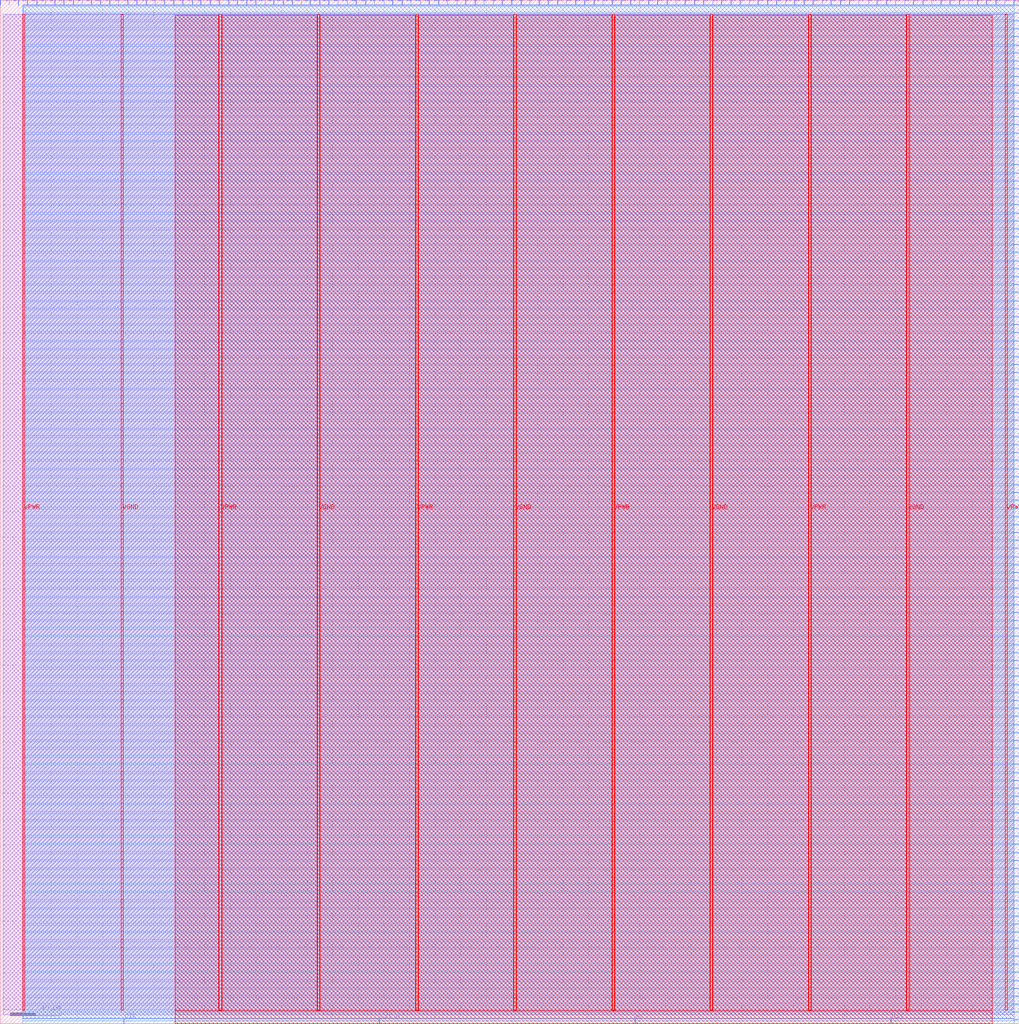
<source format=lef>
VERSION 5.7 ;
  NOWIREEXTENSIONATPIN ON ;
  DIVIDERCHAR "/" ;
  BUSBITCHARS "[]" ;
MACRO DMC_32x16
  CLASS BLOCK ;
  FOREIGN DMC_32x16 ;
  ORIGIN 0.000 0.000 ;
  SIZE 796.690 BY 800.000 ;
  PIN A[0]
    DIRECTION INPUT ;
    USE SIGNAL ;
    PORT
      LAYER met2 ;
        RECT 0.000 796.000 0.280 800.000 ;
    END
  END A[0]
  PIN A[10]
    DIRECTION INPUT ;
    USE SIGNAL ;
    PORT
      LAYER met2 ;
        RECT 71.300 796.000 71.580 800.000 ;
    END
  END A[10]
  PIN A[11]
    DIRECTION INPUT ;
    USE SIGNAL ;
    PORT
      LAYER met2 ;
        RECT 78.200 796.000 78.480 800.000 ;
    END
  END A[11]
  PIN A[12]
    DIRECTION INPUT ;
    USE SIGNAL ;
    PORT
      LAYER met2 ;
        RECT 85.560 796.000 85.840 800.000 ;
    END
  END A[12]
  PIN A[13]
    DIRECTION INPUT ;
    USE SIGNAL ;
    PORT
      LAYER met2 ;
        RECT 92.460 796.000 92.740 800.000 ;
    END
  END A[13]
  PIN A[14]
    DIRECTION INPUT ;
    USE SIGNAL ;
    PORT
      LAYER met2 ;
        RECT 99.820 796.000 100.100 800.000 ;
    END
  END A[14]
  PIN A[15]
    DIRECTION INPUT ;
    USE SIGNAL ;
    PORT
      LAYER met2 ;
        RECT 106.720 796.000 107.000 800.000 ;
    END
  END A[15]
  PIN A[16]
    DIRECTION INPUT ;
    USE SIGNAL ;
    PORT
      LAYER met2 ;
        RECT 114.080 796.000 114.360 800.000 ;
    END
  END A[16]
  PIN A[17]
    DIRECTION INPUT ;
    USE SIGNAL ;
    PORT
      LAYER met2 ;
        RECT 120.980 796.000 121.260 800.000 ;
    END
  END A[17]
  PIN A[18]
    DIRECTION INPUT ;
    USE SIGNAL ;
    PORT
      LAYER met2 ;
        RECT 128.340 796.000 128.620 800.000 ;
    END
  END A[18]
  PIN A[19]
    DIRECTION INPUT ;
    USE SIGNAL ;
    PORT
      LAYER met2 ;
        RECT 135.700 796.000 135.980 800.000 ;
    END
  END A[19]
  PIN A[1]
    DIRECTION INPUT ;
    USE SIGNAL ;
    PORT
      LAYER met2 ;
        RECT 6.900 796.000 7.180 800.000 ;
    END
  END A[1]
  PIN A[20]
    DIRECTION INPUT ;
    USE SIGNAL ;
    PORT
      LAYER met2 ;
        RECT 142.600 796.000 142.880 800.000 ;
    END
  END A[20]
  PIN A[21]
    DIRECTION INPUT ;
    USE SIGNAL ;
    PORT
      LAYER met2 ;
        RECT 149.960 796.000 150.240 800.000 ;
    END
  END A[21]
  PIN A[22]
    DIRECTION INPUT ;
    USE SIGNAL ;
    PORT
      LAYER met2 ;
        RECT 156.860 796.000 157.140 800.000 ;
    END
  END A[22]
  PIN A[23]
    DIRECTION INPUT ;
    USE SIGNAL ;
    PORT
      LAYER met2 ;
        RECT 164.220 796.000 164.500 800.000 ;
    END
  END A[23]
  PIN A[2]
    DIRECTION INPUT ;
    USE SIGNAL ;
    PORT
      LAYER met2 ;
        RECT 14.260 796.000 14.540 800.000 ;
    END
  END A[2]
  PIN A[3]
    DIRECTION INPUT ;
    USE SIGNAL ;
    PORT
      LAYER met2 ;
        RECT 21.160 796.000 21.440 800.000 ;
    END
  END A[3]
  PIN A[4]
    DIRECTION INPUT ;
    USE SIGNAL ;
    PORT
      LAYER met2 ;
        RECT 28.520 796.000 28.800 800.000 ;
    END
  END A[4]
  PIN A[5]
    DIRECTION INPUT ;
    USE SIGNAL ;
    PORT
      LAYER met2 ;
        RECT 35.420 796.000 35.700 800.000 ;
    END
  END A[5]
  PIN A[6]
    DIRECTION INPUT ;
    USE SIGNAL ;
    PORT
      LAYER met2 ;
        RECT 42.780 796.000 43.060 800.000 ;
    END
  END A[6]
  PIN A[7]
    DIRECTION INPUT ;
    USE SIGNAL ;
    PORT
      LAYER met2 ;
        RECT 49.680 796.000 49.960 800.000 ;
    END
  END A[7]
  PIN A[8]
    DIRECTION INPUT ;
    USE SIGNAL ;
    PORT
      LAYER met2 ;
        RECT 57.040 796.000 57.320 800.000 ;
    END
  END A[8]
  PIN A[9]
    DIRECTION INPUT ;
    USE SIGNAL ;
    PORT
      LAYER met2 ;
        RECT 63.940 796.000 64.220 800.000 ;
    END
  END A[9]
  PIN A_h[0]
    DIRECTION INPUT ;
    USE SIGNAL ;
    PORT
      LAYER met2 ;
        RECT 171.120 796.000 171.400 800.000 ;
    END
  END A_h[0]
  PIN A_h[10]
    DIRECTION INPUT ;
    USE SIGNAL ;
    PORT
      LAYER met2 ;
        RECT 242.420 796.000 242.700 800.000 ;
    END
  END A_h[10]
  PIN A_h[11]
    DIRECTION INPUT ;
    USE SIGNAL ;
    PORT
      LAYER met2 ;
        RECT 249.780 796.000 250.060 800.000 ;
    END
  END A_h[11]
  PIN A_h[12]
    DIRECTION INPUT ;
    USE SIGNAL ;
    PORT
      LAYER met2 ;
        RECT 256.680 796.000 256.960 800.000 ;
    END
  END A_h[12]
  PIN A_h[13]
    DIRECTION INPUT ;
    USE SIGNAL ;
    PORT
      LAYER met2 ;
        RECT 264.040 796.000 264.320 800.000 ;
    END
  END A_h[13]
  PIN A_h[14]
    DIRECTION INPUT ;
    USE SIGNAL ;
    PORT
      LAYER met2 ;
        RECT 271.400 796.000 271.680 800.000 ;
    END
  END A_h[14]
  PIN A_h[15]
    DIRECTION INPUT ;
    USE SIGNAL ;
    PORT
      LAYER met2 ;
        RECT 278.300 796.000 278.580 800.000 ;
    END
  END A_h[15]
  PIN A_h[16]
    DIRECTION INPUT ;
    USE SIGNAL ;
    PORT
      LAYER met2 ;
        RECT 285.660 796.000 285.940 800.000 ;
    END
  END A_h[16]
  PIN A_h[17]
    DIRECTION INPUT ;
    USE SIGNAL ;
    PORT
      LAYER met2 ;
        RECT 292.560 796.000 292.840 800.000 ;
    END
  END A_h[17]
  PIN A_h[18]
    DIRECTION INPUT ;
    USE SIGNAL ;
    PORT
      LAYER met2 ;
        RECT 299.920 796.000 300.200 800.000 ;
    END
  END A_h[18]
  PIN A_h[19]
    DIRECTION INPUT ;
    USE SIGNAL ;
    PORT
      LAYER met2 ;
        RECT 306.820 796.000 307.100 800.000 ;
    END
  END A_h[19]
  PIN A_h[1]
    DIRECTION INPUT ;
    USE SIGNAL ;
    PORT
      LAYER met2 ;
        RECT 178.480 796.000 178.760 800.000 ;
    END
  END A_h[1]
  PIN A_h[20]
    DIRECTION INPUT ;
    USE SIGNAL ;
    PORT
      LAYER met2 ;
        RECT 314.180 796.000 314.460 800.000 ;
    END
  END A_h[20]
  PIN A_h[21]
    DIRECTION INPUT ;
    USE SIGNAL ;
    PORT
      LAYER met2 ;
        RECT 321.080 796.000 321.360 800.000 ;
    END
  END A_h[21]
  PIN A_h[22]
    DIRECTION INPUT ;
    USE SIGNAL ;
    PORT
      LAYER met2 ;
        RECT 328.440 796.000 328.720 800.000 ;
    END
  END A_h[22]
  PIN A_h[23]
    DIRECTION INPUT ;
    USE SIGNAL ;
    PORT
      LAYER met2 ;
        RECT 335.340 796.000 335.620 800.000 ;
    END
  END A_h[23]
  PIN A_h[2]
    DIRECTION INPUT ;
    USE SIGNAL ;
    PORT
      LAYER met2 ;
        RECT 185.380 796.000 185.660 800.000 ;
    END
  END A_h[2]
  PIN A_h[3]
    DIRECTION INPUT ;
    USE SIGNAL ;
    PORT
      LAYER met2 ;
        RECT 192.740 796.000 193.020 800.000 ;
    END
  END A_h[3]
  PIN A_h[4]
    DIRECTION INPUT ;
    USE SIGNAL ;
    PORT
      LAYER met2 ;
        RECT 199.640 796.000 199.920 800.000 ;
    END
  END A_h[4]
  PIN A_h[5]
    DIRECTION INPUT ;
    USE SIGNAL ;
    PORT
      LAYER met2 ;
        RECT 207.000 796.000 207.280 800.000 ;
    END
  END A_h[5]
  PIN A_h[6]
    DIRECTION INPUT ;
    USE SIGNAL ;
    PORT
      LAYER met2 ;
        RECT 213.900 796.000 214.180 800.000 ;
    END
  END A_h[6]
  PIN A_h[7]
    DIRECTION INPUT ;
    USE SIGNAL ;
    PORT
      LAYER met2 ;
        RECT 221.260 796.000 221.540 800.000 ;
    END
  END A_h[7]
  PIN A_h[8]
    DIRECTION INPUT ;
    USE SIGNAL ;
    PORT
      LAYER met2 ;
        RECT 228.160 796.000 228.440 800.000 ;
    END
  END A_h[8]
  PIN A_h[9]
    DIRECTION INPUT ;
    USE SIGNAL ;
    PORT
      LAYER met2 ;
        RECT 235.520 796.000 235.800 800.000 ;
    END
  END A_h[9]
  PIN Do[0]
    DIRECTION OUTPUT TRISTATE ;
    USE SIGNAL ;
    PORT
      LAYER met2 ;
        RECT 342.700 796.000 342.980 800.000 ;
    END
  END Do[0]
  PIN Do[10]
    DIRECTION OUTPUT TRISTATE ;
    USE SIGNAL ;
    PORT
      LAYER met2 ;
        RECT 414.000 796.000 414.280 800.000 ;
    END
  END Do[10]
  PIN Do[11]
    DIRECTION OUTPUT TRISTATE ;
    USE SIGNAL ;
    PORT
      LAYER met2 ;
        RECT 421.360 796.000 421.640 800.000 ;
    END
  END Do[11]
  PIN Do[12]
    DIRECTION OUTPUT TRISTATE ;
    USE SIGNAL ;
    PORT
      LAYER met2 ;
        RECT 428.260 796.000 428.540 800.000 ;
    END
  END Do[12]
  PIN Do[13]
    DIRECTION OUTPUT TRISTATE ;
    USE SIGNAL ;
    PORT
      LAYER met2 ;
        RECT 435.620 796.000 435.900 800.000 ;
    END
  END Do[13]
  PIN Do[14]
    DIRECTION OUTPUT TRISTATE ;
    USE SIGNAL ;
    PORT
      LAYER met2 ;
        RECT 442.520 796.000 442.800 800.000 ;
    END
  END Do[14]
  PIN Do[15]
    DIRECTION OUTPUT TRISTATE ;
    USE SIGNAL ;
    PORT
      LAYER met2 ;
        RECT 449.880 796.000 450.160 800.000 ;
    END
  END Do[15]
  PIN Do[16]
    DIRECTION OUTPUT TRISTATE ;
    USE SIGNAL ;
    PORT
      LAYER met2 ;
        RECT 456.780 796.000 457.060 800.000 ;
    END
  END Do[16]
  PIN Do[17]
    DIRECTION OUTPUT TRISTATE ;
    USE SIGNAL ;
    PORT
      LAYER met2 ;
        RECT 464.140 796.000 464.420 800.000 ;
    END
  END Do[17]
  PIN Do[18]
    DIRECTION OUTPUT TRISTATE ;
    USE SIGNAL ;
    PORT
      LAYER met2 ;
        RECT 471.040 796.000 471.320 800.000 ;
    END
  END Do[18]
  PIN Do[19]
    DIRECTION OUTPUT TRISTATE ;
    USE SIGNAL ;
    PORT
      LAYER met2 ;
        RECT 478.400 796.000 478.680 800.000 ;
    END
  END Do[19]
  PIN Do[1]
    DIRECTION OUTPUT TRISTATE ;
    USE SIGNAL ;
    PORT
      LAYER met2 ;
        RECT 349.600 796.000 349.880 800.000 ;
    END
  END Do[1]
  PIN Do[20]
    DIRECTION OUTPUT TRISTATE ;
    USE SIGNAL ;
    PORT
      LAYER met2 ;
        RECT 485.300 796.000 485.580 800.000 ;
    END
  END Do[20]
  PIN Do[21]
    DIRECTION OUTPUT TRISTATE ;
    USE SIGNAL ;
    PORT
      LAYER met2 ;
        RECT 492.660 796.000 492.940 800.000 ;
    END
  END Do[21]
  PIN Do[22]
    DIRECTION OUTPUT TRISTATE ;
    USE SIGNAL ;
    PORT
      LAYER met2 ;
        RECT 499.560 796.000 499.840 800.000 ;
    END
  END Do[22]
  PIN Do[23]
    DIRECTION OUTPUT TRISTATE ;
    USE SIGNAL ;
    PORT
      LAYER met2 ;
        RECT 506.920 796.000 507.200 800.000 ;
    END
  END Do[23]
  PIN Do[24]
    DIRECTION OUTPUT TRISTATE ;
    USE SIGNAL ;
    PORT
      LAYER met2 ;
        RECT 513.820 796.000 514.100 800.000 ;
    END
  END Do[24]
  PIN Do[25]
    DIRECTION OUTPUT TRISTATE ;
    USE SIGNAL ;
    PORT
      LAYER met2 ;
        RECT 521.180 796.000 521.460 800.000 ;
    END
  END Do[25]
  PIN Do[26]
    DIRECTION OUTPUT TRISTATE ;
    USE SIGNAL ;
    PORT
      LAYER met2 ;
        RECT 528.080 796.000 528.360 800.000 ;
    END
  END Do[26]
  PIN Do[27]
    DIRECTION OUTPUT TRISTATE ;
    USE SIGNAL ;
    PORT
      LAYER met2 ;
        RECT 535.440 796.000 535.720 800.000 ;
    END
  END Do[27]
  PIN Do[28]
    DIRECTION OUTPUT TRISTATE ;
    USE SIGNAL ;
    PORT
      LAYER met2 ;
        RECT 542.800 796.000 543.080 800.000 ;
    END
  END Do[28]
  PIN Do[29]
    DIRECTION OUTPUT TRISTATE ;
    USE SIGNAL ;
    PORT
      LAYER met2 ;
        RECT 549.700 796.000 549.980 800.000 ;
    END
  END Do[29]
  PIN Do[2]
    DIRECTION OUTPUT TRISTATE ;
    USE SIGNAL ;
    PORT
      LAYER met2 ;
        RECT 356.960 796.000 357.240 800.000 ;
    END
  END Do[2]
  PIN Do[30]
    DIRECTION OUTPUT TRISTATE ;
    USE SIGNAL ;
    PORT
      LAYER met2 ;
        RECT 557.060 796.000 557.340 800.000 ;
    END
  END Do[30]
  PIN Do[31]
    DIRECTION OUTPUT TRISTATE ;
    USE SIGNAL ;
    PORT
      LAYER met2 ;
        RECT 563.960 796.000 564.240 800.000 ;
    END
  END Do[31]
  PIN Do[32]
    DIRECTION OUTPUT TRISTATE ;
    USE SIGNAL ;
    PORT
      LAYER met2 ;
        RECT 571.320 796.000 571.600 800.000 ;
    END
  END Do[32]
  PIN Do[33]
    DIRECTION OUTPUT TRISTATE ;
    USE SIGNAL ;
    PORT
      LAYER met2 ;
        RECT 578.220 796.000 578.500 800.000 ;
    END
  END Do[33]
  PIN Do[34]
    DIRECTION OUTPUT TRISTATE ;
    USE SIGNAL ;
    PORT
      LAYER met2 ;
        RECT 585.580 796.000 585.860 800.000 ;
    END
  END Do[34]
  PIN Do[35]
    DIRECTION OUTPUT TRISTATE ;
    USE SIGNAL ;
    PORT
      LAYER met2 ;
        RECT 592.480 796.000 592.760 800.000 ;
    END
  END Do[35]
  PIN Do[36]
    DIRECTION OUTPUT TRISTATE ;
    USE SIGNAL ;
    PORT
      LAYER met2 ;
        RECT 599.840 796.000 600.120 800.000 ;
    END
  END Do[36]
  PIN Do[37]
    DIRECTION OUTPUT TRISTATE ;
    USE SIGNAL ;
    PORT
      LAYER met2 ;
        RECT 606.740 796.000 607.020 800.000 ;
    END
  END Do[37]
  PIN Do[38]
    DIRECTION OUTPUT TRISTATE ;
    USE SIGNAL ;
    PORT
      LAYER met2 ;
        RECT 614.100 796.000 614.380 800.000 ;
    END
  END Do[38]
  PIN Do[39]
    DIRECTION OUTPUT TRISTATE ;
    USE SIGNAL ;
    PORT
      LAYER met2 ;
        RECT 621.000 796.000 621.280 800.000 ;
    END
  END Do[39]
  PIN Do[3]
    DIRECTION OUTPUT TRISTATE ;
    USE SIGNAL ;
    PORT
      LAYER met2 ;
        RECT 363.860 796.000 364.140 800.000 ;
    END
  END Do[3]
  PIN Do[40]
    DIRECTION OUTPUT TRISTATE ;
    USE SIGNAL ;
    PORT
      LAYER met2 ;
        RECT 628.360 796.000 628.640 800.000 ;
    END
  END Do[40]
  PIN Do[41]
    DIRECTION OUTPUT TRISTATE ;
    USE SIGNAL ;
    PORT
      LAYER met2 ;
        RECT 635.260 796.000 635.540 800.000 ;
    END
  END Do[41]
  PIN Do[42]
    DIRECTION OUTPUT TRISTATE ;
    USE SIGNAL ;
    PORT
      LAYER met2 ;
        RECT 642.620 796.000 642.900 800.000 ;
    END
  END Do[42]
  PIN Do[43]
    DIRECTION OUTPUT TRISTATE ;
    USE SIGNAL ;
    PORT
      LAYER met2 ;
        RECT 649.520 796.000 649.800 800.000 ;
    END
  END Do[43]
  PIN Do[44]
    DIRECTION OUTPUT TRISTATE ;
    USE SIGNAL ;
    PORT
      LAYER met2 ;
        RECT 656.880 796.000 657.160 800.000 ;
    END
  END Do[44]
  PIN Do[45]
    DIRECTION OUTPUT TRISTATE ;
    USE SIGNAL ;
    PORT
      LAYER met2 ;
        RECT 663.780 796.000 664.060 800.000 ;
    END
  END Do[45]
  PIN Do[46]
    DIRECTION OUTPUT TRISTATE ;
    USE SIGNAL ;
    PORT
      LAYER met2 ;
        RECT 671.140 796.000 671.420 800.000 ;
    END
  END Do[46]
  PIN Do[47]
    DIRECTION OUTPUT TRISTATE ;
    USE SIGNAL ;
    PORT
      LAYER met2 ;
        RECT 678.500 796.000 678.780 800.000 ;
    END
  END Do[47]
  PIN Do[48]
    DIRECTION OUTPUT TRISTATE ;
    USE SIGNAL ;
    PORT
      LAYER met2 ;
        RECT 685.400 796.000 685.680 800.000 ;
    END
  END Do[48]
  PIN Do[49]
    DIRECTION OUTPUT TRISTATE ;
    USE SIGNAL ;
    PORT
      LAYER met2 ;
        RECT 692.760 796.000 693.040 800.000 ;
    END
  END Do[49]
  PIN Do[4]
    DIRECTION OUTPUT TRISTATE ;
    USE SIGNAL ;
    PORT
      LAYER met2 ;
        RECT 371.220 796.000 371.500 800.000 ;
    END
  END Do[4]
  PIN Do[50]
    DIRECTION OUTPUT TRISTATE ;
    USE SIGNAL ;
    PORT
      LAYER met2 ;
        RECT 699.660 796.000 699.940 800.000 ;
    END
  END Do[50]
  PIN Do[51]
    DIRECTION OUTPUT TRISTATE ;
    USE SIGNAL ;
    PORT
      LAYER met2 ;
        RECT 707.020 796.000 707.300 800.000 ;
    END
  END Do[51]
  PIN Do[52]
    DIRECTION OUTPUT TRISTATE ;
    USE SIGNAL ;
    PORT
      LAYER met2 ;
        RECT 713.920 796.000 714.200 800.000 ;
    END
  END Do[52]
  PIN Do[53]
    DIRECTION OUTPUT TRISTATE ;
    USE SIGNAL ;
    PORT
      LAYER met2 ;
        RECT 721.280 796.000 721.560 800.000 ;
    END
  END Do[53]
  PIN Do[54]
    DIRECTION OUTPUT TRISTATE ;
    USE SIGNAL ;
    PORT
      LAYER met2 ;
        RECT 728.180 796.000 728.460 800.000 ;
    END
  END Do[54]
  PIN Do[55]
    DIRECTION OUTPUT TRISTATE ;
    USE SIGNAL ;
    PORT
      LAYER met2 ;
        RECT 735.540 796.000 735.820 800.000 ;
    END
  END Do[55]
  PIN Do[56]
    DIRECTION OUTPUT TRISTATE ;
    USE SIGNAL ;
    PORT
      LAYER met2 ;
        RECT 742.440 796.000 742.720 800.000 ;
    END
  END Do[56]
  PIN Do[57]
    DIRECTION OUTPUT TRISTATE ;
    USE SIGNAL ;
    PORT
      LAYER met2 ;
        RECT 749.800 796.000 750.080 800.000 ;
    END
  END Do[57]
  PIN Do[58]
    DIRECTION OUTPUT TRISTATE ;
    USE SIGNAL ;
    PORT
      LAYER met2 ;
        RECT 756.700 796.000 756.980 800.000 ;
    END
  END Do[58]
  PIN Do[59]
    DIRECTION OUTPUT TRISTATE ;
    USE SIGNAL ;
    PORT
      LAYER met2 ;
        RECT 764.060 796.000 764.340 800.000 ;
    END
  END Do[59]
  PIN Do[5]
    DIRECTION OUTPUT TRISTATE ;
    USE SIGNAL ;
    PORT
      LAYER met2 ;
        RECT 378.120 796.000 378.400 800.000 ;
    END
  END Do[5]
  PIN Do[60]
    DIRECTION OUTPUT TRISTATE ;
    USE SIGNAL ;
    PORT
      LAYER met2 ;
        RECT 770.960 796.000 771.240 800.000 ;
    END
  END Do[60]
  PIN Do[61]
    DIRECTION OUTPUT TRISTATE ;
    USE SIGNAL ;
    PORT
      LAYER met2 ;
        RECT 778.320 796.000 778.600 800.000 ;
    END
  END Do[61]
  PIN Do[62]
    DIRECTION OUTPUT TRISTATE ;
    USE SIGNAL ;
    PORT
      LAYER met2 ;
        RECT 785.220 796.000 785.500 800.000 ;
    END
  END Do[62]
  PIN Do[63]
    DIRECTION OUTPUT TRISTATE ;
    USE SIGNAL ;
    PORT
      LAYER met2 ;
        RECT 792.580 796.000 792.860 800.000 ;
    END
  END Do[63]
  PIN Do[6]
    DIRECTION OUTPUT TRISTATE ;
    USE SIGNAL ;
    PORT
      LAYER met2 ;
        RECT 385.480 796.000 385.760 800.000 ;
    END
  END Do[6]
  PIN Do[7]
    DIRECTION OUTPUT TRISTATE ;
    USE SIGNAL ;
    PORT
      LAYER met2 ;
        RECT 392.380 796.000 392.660 800.000 ;
    END
  END Do[7]
  PIN Do[8]
    DIRECTION OUTPUT TRISTATE ;
    USE SIGNAL ;
    PORT
      LAYER met2 ;
        RECT 399.740 796.000 400.020 800.000 ;
    END
  END Do[8]
  PIN Do[9]
    DIRECTION OUTPUT TRISTATE ;
    USE SIGNAL ;
    PORT
      LAYER met2 ;
        RECT 407.100 796.000 407.380 800.000 ;
    END
  END Do[9]
  PIN clk
    DIRECTION INPUT ;
    USE SIGNAL ;
    PORT
      LAYER met2 ;
        RECT 96.600 0.000 96.880 4.000 ;
    END
  END clk
  PIN hit
    DIRECTION OUTPUT TRISTATE ;
    USE SIGNAL ;
    PORT
      LAYER met2 ;
        RECT 696.440 0.000 696.720 4.000 ;
    END
  END hit
  PIN line[0]
    DIRECTION INPUT ;
    USE SIGNAL ;
    PORT
      LAYER met3 ;
        RECT 792.690 2.760 796.690 3.360 ;
    END
  END line[0]
  PIN line[100]
    DIRECTION INPUT ;
    USE SIGNAL ;
    PORT
      LAYER met3 ;
        RECT 792.690 627.000 796.690 627.600 ;
    END
  END line[100]
  PIN line[101]
    DIRECTION INPUT ;
    USE SIGNAL ;
    PORT
      LAYER met3 ;
        RECT 792.690 633.120 796.690 633.720 ;
    END
  END line[101]
  PIN line[102]
    DIRECTION INPUT ;
    USE SIGNAL ;
    PORT
      LAYER met3 ;
        RECT 792.690 639.920 796.690 640.520 ;
    END
  END line[102]
  PIN line[103]
    DIRECTION INPUT ;
    USE SIGNAL ;
    PORT
      LAYER met3 ;
        RECT 792.690 646.040 796.690 646.640 ;
    END
  END line[103]
  PIN line[104]
    DIRECTION INPUT ;
    USE SIGNAL ;
    PORT
      LAYER met3 ;
        RECT 792.690 652.160 796.690 652.760 ;
    END
  END line[104]
  PIN line[105]
    DIRECTION INPUT ;
    USE SIGNAL ;
    PORT
      LAYER met3 ;
        RECT 792.690 658.280 796.690 658.880 ;
    END
  END line[105]
  PIN line[106]
    DIRECTION INPUT ;
    USE SIGNAL ;
    PORT
      LAYER met3 ;
        RECT 792.690 664.400 796.690 665.000 ;
    END
  END line[106]
  PIN line[107]
    DIRECTION INPUT ;
    USE SIGNAL ;
    PORT
      LAYER met3 ;
        RECT 792.690 671.200 796.690 671.800 ;
    END
  END line[107]
  PIN line[108]
    DIRECTION INPUT ;
    USE SIGNAL ;
    PORT
      LAYER met3 ;
        RECT 792.690 677.320 796.690 677.920 ;
    END
  END line[108]
  PIN line[109]
    DIRECTION INPUT ;
    USE SIGNAL ;
    PORT
      LAYER met3 ;
        RECT 792.690 683.440 796.690 684.040 ;
    END
  END line[109]
  PIN line[10]
    DIRECTION INPUT ;
    USE SIGNAL ;
    PORT
      LAYER met3 ;
        RECT 792.690 64.640 796.690 65.240 ;
    END
  END line[10]
  PIN line[110]
    DIRECTION INPUT ;
    USE SIGNAL ;
    PORT
      LAYER met3 ;
        RECT 792.690 689.560 796.690 690.160 ;
    END
  END line[110]
  PIN line[111]
    DIRECTION INPUT ;
    USE SIGNAL ;
    PORT
      LAYER met3 ;
        RECT 792.690 695.680 796.690 696.280 ;
    END
  END line[111]
  PIN line[112]
    DIRECTION INPUT ;
    USE SIGNAL ;
    PORT
      LAYER met3 ;
        RECT 792.690 702.480 796.690 703.080 ;
    END
  END line[112]
  PIN line[113]
    DIRECTION INPUT ;
    USE SIGNAL ;
    PORT
      LAYER met3 ;
        RECT 792.690 708.600 796.690 709.200 ;
    END
  END line[113]
  PIN line[114]
    DIRECTION INPUT ;
    USE SIGNAL ;
    PORT
      LAYER met3 ;
        RECT 792.690 714.720 796.690 715.320 ;
    END
  END line[114]
  PIN line[115]
    DIRECTION INPUT ;
    USE SIGNAL ;
    PORT
      LAYER met3 ;
        RECT 792.690 720.840 796.690 721.440 ;
    END
  END line[115]
  PIN line[116]
    DIRECTION INPUT ;
    USE SIGNAL ;
    PORT
      LAYER met3 ;
        RECT 792.690 726.960 796.690 727.560 ;
    END
  END line[116]
  PIN line[117]
    DIRECTION INPUT ;
    USE SIGNAL ;
    PORT
      LAYER met3 ;
        RECT 792.690 733.080 796.690 733.680 ;
    END
  END line[117]
  PIN line[118]
    DIRECTION INPUT ;
    USE SIGNAL ;
    PORT
      LAYER met3 ;
        RECT 792.690 739.880 796.690 740.480 ;
    END
  END line[118]
  PIN line[119]
    DIRECTION INPUT ;
    USE SIGNAL ;
    PORT
      LAYER met3 ;
        RECT 792.690 746.000 796.690 746.600 ;
    END
  END line[119]
  PIN line[11]
    DIRECTION INPUT ;
    USE SIGNAL ;
    PORT
      LAYER met3 ;
        RECT 792.690 71.440 796.690 72.040 ;
    END
  END line[11]
  PIN line[120]
    DIRECTION INPUT ;
    USE SIGNAL ;
    PORT
      LAYER met3 ;
        RECT 792.690 752.120 796.690 752.720 ;
    END
  END line[120]
  PIN line[121]
    DIRECTION INPUT ;
    USE SIGNAL ;
    PORT
      LAYER met3 ;
        RECT 792.690 758.240 796.690 758.840 ;
    END
  END line[121]
  PIN line[122]
    DIRECTION INPUT ;
    USE SIGNAL ;
    PORT
      LAYER met3 ;
        RECT 792.690 764.360 796.690 764.960 ;
    END
  END line[122]
  PIN line[123]
    DIRECTION INPUT ;
    USE SIGNAL ;
    PORT
      LAYER met3 ;
        RECT 792.690 771.160 796.690 771.760 ;
    END
  END line[123]
  PIN line[124]
    DIRECTION INPUT ;
    USE SIGNAL ;
    PORT
      LAYER met3 ;
        RECT 792.690 777.280 796.690 777.880 ;
    END
  END line[124]
  PIN line[125]
    DIRECTION INPUT ;
    USE SIGNAL ;
    PORT
      LAYER met3 ;
        RECT 792.690 783.400 796.690 784.000 ;
    END
  END line[125]
  PIN line[126]
    DIRECTION INPUT ;
    USE SIGNAL ;
    PORT
      LAYER met3 ;
        RECT 792.690 789.520 796.690 790.120 ;
    END
  END line[126]
  PIN line[127]
    DIRECTION INPUT ;
    USE SIGNAL ;
    PORT
      LAYER met3 ;
        RECT 792.690 795.640 796.690 796.240 ;
    END
  END line[127]
  PIN line[12]
    DIRECTION INPUT ;
    USE SIGNAL ;
    PORT
      LAYER met3 ;
        RECT 792.690 77.560 796.690 78.160 ;
    END
  END line[12]
  PIN line[13]
    DIRECTION INPUT ;
    USE SIGNAL ;
    PORT
      LAYER met3 ;
        RECT 792.690 83.680 796.690 84.280 ;
    END
  END line[13]
  PIN line[14]
    DIRECTION INPUT ;
    USE SIGNAL ;
    PORT
      LAYER met3 ;
        RECT 792.690 89.800 796.690 90.400 ;
    END
  END line[14]
  PIN line[15]
    DIRECTION INPUT ;
    USE SIGNAL ;
    PORT
      LAYER met3 ;
        RECT 792.690 95.920 796.690 96.520 ;
    END
  END line[15]
  PIN line[16]
    DIRECTION INPUT ;
    USE SIGNAL ;
    PORT
      LAYER met3 ;
        RECT 792.690 102.720 796.690 103.320 ;
    END
  END line[16]
  PIN line[17]
    DIRECTION INPUT ;
    USE SIGNAL ;
    PORT
      LAYER met3 ;
        RECT 792.690 108.840 796.690 109.440 ;
    END
  END line[17]
  PIN line[18]
    DIRECTION INPUT ;
    USE SIGNAL ;
    PORT
      LAYER met3 ;
        RECT 792.690 114.960 796.690 115.560 ;
    END
  END line[18]
  PIN line[19]
    DIRECTION INPUT ;
    USE SIGNAL ;
    PORT
      LAYER met3 ;
        RECT 792.690 121.080 796.690 121.680 ;
    END
  END line[19]
  PIN line[1]
    DIRECTION INPUT ;
    USE SIGNAL ;
    PORT
      LAYER met3 ;
        RECT 792.690 8.880 796.690 9.480 ;
    END
  END line[1]
  PIN line[20]
    DIRECTION INPUT ;
    USE SIGNAL ;
    PORT
      LAYER met3 ;
        RECT 792.690 127.200 796.690 127.800 ;
    END
  END line[20]
  PIN line[21]
    DIRECTION INPUT ;
    USE SIGNAL ;
    PORT
      LAYER met3 ;
        RECT 792.690 133.320 796.690 133.920 ;
    END
  END line[21]
  PIN line[22]
    DIRECTION INPUT ;
    USE SIGNAL ;
    PORT
      LAYER met3 ;
        RECT 792.690 140.120 796.690 140.720 ;
    END
  END line[22]
  PIN line[23]
    DIRECTION INPUT ;
    USE SIGNAL ;
    PORT
      LAYER met3 ;
        RECT 792.690 146.240 796.690 146.840 ;
    END
  END line[23]
  PIN line[24]
    DIRECTION INPUT ;
    USE SIGNAL ;
    PORT
      LAYER met3 ;
        RECT 792.690 152.360 796.690 152.960 ;
    END
  END line[24]
  PIN line[25]
    DIRECTION INPUT ;
    USE SIGNAL ;
    PORT
      LAYER met3 ;
        RECT 792.690 158.480 796.690 159.080 ;
    END
  END line[25]
  PIN line[26]
    DIRECTION INPUT ;
    USE SIGNAL ;
    PORT
      LAYER met3 ;
        RECT 792.690 164.600 796.690 165.200 ;
    END
  END line[26]
  PIN line[27]
    DIRECTION INPUT ;
    USE SIGNAL ;
    PORT
      LAYER met3 ;
        RECT 792.690 171.400 796.690 172.000 ;
    END
  END line[27]
  PIN line[28]
    DIRECTION INPUT ;
    USE SIGNAL ;
    PORT
      LAYER met3 ;
        RECT 792.690 177.520 796.690 178.120 ;
    END
  END line[28]
  PIN line[29]
    DIRECTION INPUT ;
    USE SIGNAL ;
    PORT
      LAYER met3 ;
        RECT 792.690 183.640 796.690 184.240 ;
    END
  END line[29]
  PIN line[2]
    DIRECTION INPUT ;
    USE SIGNAL ;
    PORT
      LAYER met3 ;
        RECT 792.690 15.000 796.690 15.600 ;
    END
  END line[2]
  PIN line[30]
    DIRECTION INPUT ;
    USE SIGNAL ;
    PORT
      LAYER met3 ;
        RECT 792.690 189.760 796.690 190.360 ;
    END
  END line[30]
  PIN line[31]
    DIRECTION INPUT ;
    USE SIGNAL ;
    PORT
      LAYER met3 ;
        RECT 792.690 195.880 796.690 196.480 ;
    END
  END line[31]
  PIN line[32]
    DIRECTION INPUT ;
    USE SIGNAL ;
    PORT
      LAYER met3 ;
        RECT 792.690 202.680 796.690 203.280 ;
    END
  END line[32]
  PIN line[33]
    DIRECTION INPUT ;
    USE SIGNAL ;
    PORT
      LAYER met3 ;
        RECT 792.690 208.800 796.690 209.400 ;
    END
  END line[33]
  PIN line[34]
    DIRECTION INPUT ;
    USE SIGNAL ;
    PORT
      LAYER met3 ;
        RECT 792.690 214.920 796.690 215.520 ;
    END
  END line[34]
  PIN line[35]
    DIRECTION INPUT ;
    USE SIGNAL ;
    PORT
      LAYER met3 ;
        RECT 792.690 221.040 796.690 221.640 ;
    END
  END line[35]
  PIN line[36]
    DIRECTION INPUT ;
    USE SIGNAL ;
    PORT
      LAYER met3 ;
        RECT 792.690 227.160 796.690 227.760 ;
    END
  END line[36]
  PIN line[37]
    DIRECTION INPUT ;
    USE SIGNAL ;
    PORT
      LAYER met3 ;
        RECT 792.690 233.280 796.690 233.880 ;
    END
  END line[37]
  PIN line[38]
    DIRECTION INPUT ;
    USE SIGNAL ;
    PORT
      LAYER met3 ;
        RECT 792.690 240.080 796.690 240.680 ;
    END
  END line[38]
  PIN line[39]
    DIRECTION INPUT ;
    USE SIGNAL ;
    PORT
      LAYER met3 ;
        RECT 792.690 246.200 796.690 246.800 ;
    END
  END line[39]
  PIN line[3]
    DIRECTION INPUT ;
    USE SIGNAL ;
    PORT
      LAYER met3 ;
        RECT 792.690 21.120 796.690 21.720 ;
    END
  END line[3]
  PIN line[40]
    DIRECTION INPUT ;
    USE SIGNAL ;
    PORT
      LAYER met3 ;
        RECT 792.690 252.320 796.690 252.920 ;
    END
  END line[40]
  PIN line[41]
    DIRECTION INPUT ;
    USE SIGNAL ;
    PORT
      LAYER met3 ;
        RECT 792.690 258.440 796.690 259.040 ;
    END
  END line[41]
  PIN line[42]
    DIRECTION INPUT ;
    USE SIGNAL ;
    PORT
      LAYER met3 ;
        RECT 792.690 264.560 796.690 265.160 ;
    END
  END line[42]
  PIN line[43]
    DIRECTION INPUT ;
    USE SIGNAL ;
    PORT
      LAYER met3 ;
        RECT 792.690 271.360 796.690 271.960 ;
    END
  END line[43]
  PIN line[44]
    DIRECTION INPUT ;
    USE SIGNAL ;
    PORT
      LAYER met3 ;
        RECT 792.690 277.480 796.690 278.080 ;
    END
  END line[44]
  PIN line[45]
    DIRECTION INPUT ;
    USE SIGNAL ;
    PORT
      LAYER met3 ;
        RECT 792.690 283.600 796.690 284.200 ;
    END
  END line[45]
  PIN line[46]
    DIRECTION INPUT ;
    USE SIGNAL ;
    PORT
      LAYER met3 ;
        RECT 792.690 289.720 796.690 290.320 ;
    END
  END line[46]
  PIN line[47]
    DIRECTION INPUT ;
    USE SIGNAL ;
    PORT
      LAYER met3 ;
        RECT 792.690 295.840 796.690 296.440 ;
    END
  END line[47]
  PIN line[48]
    DIRECTION INPUT ;
    USE SIGNAL ;
    PORT
      LAYER met3 ;
        RECT 792.690 302.640 796.690 303.240 ;
    END
  END line[48]
  PIN line[49]
    DIRECTION INPUT ;
    USE SIGNAL ;
    PORT
      LAYER met3 ;
        RECT 792.690 308.760 796.690 309.360 ;
    END
  END line[49]
  PIN line[4]
    DIRECTION INPUT ;
    USE SIGNAL ;
    PORT
      LAYER met3 ;
        RECT 792.690 27.240 796.690 27.840 ;
    END
  END line[4]
  PIN line[50]
    DIRECTION INPUT ;
    USE SIGNAL ;
    PORT
      LAYER met3 ;
        RECT 792.690 314.880 796.690 315.480 ;
    END
  END line[50]
  PIN line[51]
    DIRECTION INPUT ;
    USE SIGNAL ;
    PORT
      LAYER met3 ;
        RECT 792.690 321.000 796.690 321.600 ;
    END
  END line[51]
  PIN line[52]
    DIRECTION INPUT ;
    USE SIGNAL ;
    PORT
      LAYER met3 ;
        RECT 792.690 327.120 796.690 327.720 ;
    END
  END line[52]
  PIN line[53]
    DIRECTION INPUT ;
    USE SIGNAL ;
    PORT
      LAYER met3 ;
        RECT 792.690 333.240 796.690 333.840 ;
    END
  END line[53]
  PIN line[54]
    DIRECTION INPUT ;
    USE SIGNAL ;
    PORT
      LAYER met3 ;
        RECT 792.690 340.040 796.690 340.640 ;
    END
  END line[54]
  PIN line[55]
    DIRECTION INPUT ;
    USE SIGNAL ;
    PORT
      LAYER met3 ;
        RECT 792.690 346.160 796.690 346.760 ;
    END
  END line[55]
  PIN line[56]
    DIRECTION INPUT ;
    USE SIGNAL ;
    PORT
      LAYER met3 ;
        RECT 792.690 352.280 796.690 352.880 ;
    END
  END line[56]
  PIN line[57]
    DIRECTION INPUT ;
    USE SIGNAL ;
    PORT
      LAYER met3 ;
        RECT 792.690 358.400 796.690 359.000 ;
    END
  END line[57]
  PIN line[58]
    DIRECTION INPUT ;
    USE SIGNAL ;
    PORT
      LAYER met3 ;
        RECT 792.690 364.520 796.690 365.120 ;
    END
  END line[58]
  PIN line[59]
    DIRECTION INPUT ;
    USE SIGNAL ;
    PORT
      LAYER met3 ;
        RECT 792.690 371.320 796.690 371.920 ;
    END
  END line[59]
  PIN line[5]
    DIRECTION INPUT ;
    USE SIGNAL ;
    PORT
      LAYER met3 ;
        RECT 792.690 33.360 796.690 33.960 ;
    END
  END line[5]
  PIN line[60]
    DIRECTION INPUT ;
    USE SIGNAL ;
    PORT
      LAYER met3 ;
        RECT 792.690 377.440 796.690 378.040 ;
    END
  END line[60]
  PIN line[61]
    DIRECTION INPUT ;
    USE SIGNAL ;
    PORT
      LAYER met3 ;
        RECT 792.690 383.560 796.690 384.160 ;
    END
  END line[61]
  PIN line[62]
    DIRECTION INPUT ;
    USE SIGNAL ;
    PORT
      LAYER met3 ;
        RECT 792.690 389.680 796.690 390.280 ;
    END
  END line[62]
  PIN line[63]
    DIRECTION INPUT ;
    USE SIGNAL ;
    PORT
      LAYER met3 ;
        RECT 792.690 395.800 796.690 396.400 ;
    END
  END line[63]
  PIN line[64]
    DIRECTION INPUT ;
    USE SIGNAL ;
    PORT
      LAYER met3 ;
        RECT 792.690 402.600 796.690 403.200 ;
    END
  END line[64]
  PIN line[65]
    DIRECTION INPUT ;
    USE SIGNAL ;
    PORT
      LAYER met3 ;
        RECT 792.690 408.720 796.690 409.320 ;
    END
  END line[65]
  PIN line[66]
    DIRECTION INPUT ;
    USE SIGNAL ;
    PORT
      LAYER met3 ;
        RECT 792.690 414.840 796.690 415.440 ;
    END
  END line[66]
  PIN line[67]
    DIRECTION INPUT ;
    USE SIGNAL ;
    PORT
      LAYER met3 ;
        RECT 792.690 420.960 796.690 421.560 ;
    END
  END line[67]
  PIN line[68]
    DIRECTION INPUT ;
    USE SIGNAL ;
    PORT
      LAYER met3 ;
        RECT 792.690 427.080 796.690 427.680 ;
    END
  END line[68]
  PIN line[69]
    DIRECTION INPUT ;
    USE SIGNAL ;
    PORT
      LAYER met3 ;
        RECT 792.690 433.200 796.690 433.800 ;
    END
  END line[69]
  PIN line[6]
    DIRECTION INPUT ;
    USE SIGNAL ;
    PORT
      LAYER met3 ;
        RECT 792.690 40.160 796.690 40.760 ;
    END
  END line[6]
  PIN line[70]
    DIRECTION INPUT ;
    USE SIGNAL ;
    PORT
      LAYER met3 ;
        RECT 792.690 440.000 796.690 440.600 ;
    END
  END line[70]
  PIN line[71]
    DIRECTION INPUT ;
    USE SIGNAL ;
    PORT
      LAYER met3 ;
        RECT 792.690 446.120 796.690 446.720 ;
    END
  END line[71]
  PIN line[72]
    DIRECTION INPUT ;
    USE SIGNAL ;
    PORT
      LAYER met3 ;
        RECT 792.690 452.240 796.690 452.840 ;
    END
  END line[72]
  PIN line[73]
    DIRECTION INPUT ;
    USE SIGNAL ;
    PORT
      LAYER met3 ;
        RECT 792.690 458.360 796.690 458.960 ;
    END
  END line[73]
  PIN line[74]
    DIRECTION INPUT ;
    USE SIGNAL ;
    PORT
      LAYER met3 ;
        RECT 792.690 464.480 796.690 465.080 ;
    END
  END line[74]
  PIN line[75]
    DIRECTION INPUT ;
    USE SIGNAL ;
    PORT
      LAYER met3 ;
        RECT 792.690 471.280 796.690 471.880 ;
    END
  END line[75]
  PIN line[76]
    DIRECTION INPUT ;
    USE SIGNAL ;
    PORT
      LAYER met3 ;
        RECT 792.690 477.400 796.690 478.000 ;
    END
  END line[76]
  PIN line[77]
    DIRECTION INPUT ;
    USE SIGNAL ;
    PORT
      LAYER met3 ;
        RECT 792.690 483.520 796.690 484.120 ;
    END
  END line[77]
  PIN line[78]
    DIRECTION INPUT ;
    USE SIGNAL ;
    PORT
      LAYER met3 ;
        RECT 792.690 489.640 796.690 490.240 ;
    END
  END line[78]
  PIN line[79]
    DIRECTION INPUT ;
    USE SIGNAL ;
    PORT
      LAYER met3 ;
        RECT 792.690 495.760 796.690 496.360 ;
    END
  END line[79]
  PIN line[7]
    DIRECTION INPUT ;
    USE SIGNAL ;
    PORT
      LAYER met3 ;
        RECT 792.690 46.280 796.690 46.880 ;
    END
  END line[7]
  PIN line[80]
    DIRECTION INPUT ;
    USE SIGNAL ;
    PORT
      LAYER met3 ;
        RECT 792.690 502.560 796.690 503.160 ;
    END
  END line[80]
  PIN line[81]
    DIRECTION INPUT ;
    USE SIGNAL ;
    PORT
      LAYER met3 ;
        RECT 792.690 508.680 796.690 509.280 ;
    END
  END line[81]
  PIN line[82]
    DIRECTION INPUT ;
    USE SIGNAL ;
    PORT
      LAYER met3 ;
        RECT 792.690 514.800 796.690 515.400 ;
    END
  END line[82]
  PIN line[83]
    DIRECTION INPUT ;
    USE SIGNAL ;
    PORT
      LAYER met3 ;
        RECT 792.690 520.920 796.690 521.520 ;
    END
  END line[83]
  PIN line[84]
    DIRECTION INPUT ;
    USE SIGNAL ;
    PORT
      LAYER met3 ;
        RECT 792.690 527.040 796.690 527.640 ;
    END
  END line[84]
  PIN line[85]
    DIRECTION INPUT ;
    USE SIGNAL ;
    PORT
      LAYER met3 ;
        RECT 792.690 533.160 796.690 533.760 ;
    END
  END line[85]
  PIN line[86]
    DIRECTION INPUT ;
    USE SIGNAL ;
    PORT
      LAYER met3 ;
        RECT 792.690 539.960 796.690 540.560 ;
    END
  END line[86]
  PIN line[87]
    DIRECTION INPUT ;
    USE SIGNAL ;
    PORT
      LAYER met3 ;
        RECT 792.690 546.080 796.690 546.680 ;
    END
  END line[87]
  PIN line[88]
    DIRECTION INPUT ;
    USE SIGNAL ;
    PORT
      LAYER met3 ;
        RECT 792.690 552.200 796.690 552.800 ;
    END
  END line[88]
  PIN line[89]
    DIRECTION INPUT ;
    USE SIGNAL ;
    PORT
      LAYER met3 ;
        RECT 792.690 558.320 796.690 558.920 ;
    END
  END line[89]
  PIN line[8]
    DIRECTION INPUT ;
    USE SIGNAL ;
    PORT
      LAYER met3 ;
        RECT 792.690 52.400 796.690 53.000 ;
    END
  END line[8]
  PIN line[90]
    DIRECTION INPUT ;
    USE SIGNAL ;
    PORT
      LAYER met3 ;
        RECT 792.690 564.440 796.690 565.040 ;
    END
  END line[90]
  PIN line[91]
    DIRECTION INPUT ;
    USE SIGNAL ;
    PORT
      LAYER met3 ;
        RECT 792.690 571.240 796.690 571.840 ;
    END
  END line[91]
  PIN line[92]
    DIRECTION INPUT ;
    USE SIGNAL ;
    PORT
      LAYER met3 ;
        RECT 792.690 577.360 796.690 577.960 ;
    END
  END line[92]
  PIN line[93]
    DIRECTION INPUT ;
    USE SIGNAL ;
    PORT
      LAYER met3 ;
        RECT 792.690 583.480 796.690 584.080 ;
    END
  END line[93]
  PIN line[94]
    DIRECTION INPUT ;
    USE SIGNAL ;
    PORT
      LAYER met3 ;
        RECT 792.690 589.600 796.690 590.200 ;
    END
  END line[94]
  PIN line[95]
    DIRECTION INPUT ;
    USE SIGNAL ;
    PORT
      LAYER met3 ;
        RECT 792.690 595.720 796.690 596.320 ;
    END
  END line[95]
  PIN line[96]
    DIRECTION INPUT ;
    USE SIGNAL ;
    PORT
      LAYER met3 ;
        RECT 792.690 602.520 796.690 603.120 ;
    END
  END line[96]
  PIN line[97]
    DIRECTION INPUT ;
    USE SIGNAL ;
    PORT
      LAYER met3 ;
        RECT 792.690 608.640 796.690 609.240 ;
    END
  END line[97]
  PIN line[98]
    DIRECTION INPUT ;
    USE SIGNAL ;
    PORT
      LAYER met3 ;
        RECT 792.690 614.760 796.690 615.360 ;
    END
  END line[98]
  PIN line[99]
    DIRECTION INPUT ;
    USE SIGNAL ;
    PORT
      LAYER met3 ;
        RECT 792.690 620.880 796.690 621.480 ;
    END
  END line[99]
  PIN line[9]
    DIRECTION INPUT ;
    USE SIGNAL ;
    PORT
      LAYER met3 ;
        RECT 792.690 58.520 796.690 59.120 ;
    END
  END line[9]
  PIN rst_n
    DIRECTION INPUT ;
    USE SIGNAL ;
    PORT
      LAYER met2 ;
        RECT 296.240 0.000 296.520 4.000 ;
    END
  END rst_n
  PIN wr
    DIRECTION INPUT ;
    USE SIGNAL ;
    PORT
      LAYER met2 ;
        RECT 496.340 0.000 496.620 4.000 ;
    END
  END wr
  PIN VPWR
    DIRECTION INOUT ;
    USE POWER ;
    PORT
      LAYER met4 ;
        RECT 785.730 10.640 787.330 789.040 ;
    END
  END VPWR
  PIN VPWR
    DIRECTION INOUT ;
    USE POWER ;
    PORT
      LAYER met4 ;
        RECT 632.130 10.640 633.730 789.040 ;
    END
  END VPWR
  PIN VPWR
    DIRECTION INOUT ;
    USE POWER ;
    PORT
      LAYER met4 ;
        RECT 478.530 10.640 480.130 789.040 ;
    END
  END VPWR
  PIN VPWR
    DIRECTION INOUT ;
    USE POWER ;
    PORT
      LAYER met4 ;
        RECT 324.930 10.640 326.530 789.040 ;
    END
  END VPWR
  PIN VPWR
    DIRECTION INOUT ;
    USE POWER ;
    PORT
      LAYER met4 ;
        RECT 171.330 10.640 172.930 789.040 ;
    END
  END VPWR
  PIN VPWR
    DIRECTION INOUT ;
    USE POWER ;
    PORT
      LAYER met4 ;
        RECT 17.730 10.640 19.330 789.040 ;
    END
  END VPWR
  PIN VGND
    DIRECTION INOUT ;
    USE GROUND ;
    PORT
      LAYER met4 ;
        RECT 708.930 10.640 710.530 789.040 ;
    END
  END VGND
  PIN VGND
    DIRECTION INOUT ;
    USE GROUND ;
    PORT
      LAYER met4 ;
        RECT 555.330 10.640 556.930 789.040 ;
    END
  END VGND
  PIN VGND
    DIRECTION INOUT ;
    USE GROUND ;
    PORT
      LAYER met4 ;
        RECT 401.730 10.640 403.330 789.040 ;
    END
  END VGND
  PIN VGND
    DIRECTION INOUT ;
    USE GROUND ;
    PORT
      LAYER met4 ;
        RECT 248.130 10.640 249.730 789.040 ;
    END
  END VGND
  PIN VGND
    DIRECTION INOUT ;
    USE GROUND ;
    PORT
      LAYER met4 ;
        RECT 94.530 10.640 96.130 789.040 ;
    END
  END VGND
  OBS
      LAYER li1 ;
        RECT 2.210 10.795 791.885 788.885 ;
      LAYER met1 ;
        RECT 2.210 7.180 792.880 789.040 ;
      LAYER met2 ;
        RECT 17.790 795.720 20.880 796.125 ;
        RECT 21.720 795.720 28.240 796.125 ;
        RECT 29.080 795.720 35.140 796.125 ;
        RECT 35.980 795.720 42.500 796.125 ;
        RECT 43.340 795.720 49.400 796.125 ;
        RECT 50.240 795.720 56.760 796.125 ;
        RECT 57.600 795.720 63.660 796.125 ;
        RECT 64.500 795.720 71.020 796.125 ;
        RECT 71.860 795.720 77.920 796.125 ;
        RECT 78.760 795.720 85.280 796.125 ;
        RECT 86.120 795.720 92.180 796.125 ;
        RECT 93.020 795.720 99.540 796.125 ;
        RECT 100.380 795.720 106.440 796.125 ;
        RECT 107.280 795.720 113.800 796.125 ;
        RECT 114.640 795.720 120.700 796.125 ;
        RECT 121.540 795.720 128.060 796.125 ;
        RECT 128.900 795.720 135.420 796.125 ;
        RECT 136.260 795.720 142.320 796.125 ;
        RECT 143.160 795.720 149.680 796.125 ;
        RECT 150.520 795.720 156.580 796.125 ;
        RECT 157.420 795.720 163.940 796.125 ;
        RECT 164.780 795.720 170.840 796.125 ;
        RECT 171.680 795.720 178.200 796.125 ;
        RECT 179.040 795.720 185.100 796.125 ;
        RECT 185.940 795.720 192.460 796.125 ;
        RECT 193.300 795.720 199.360 796.125 ;
        RECT 200.200 795.720 206.720 796.125 ;
        RECT 207.560 795.720 213.620 796.125 ;
        RECT 214.460 795.720 220.980 796.125 ;
        RECT 221.820 795.720 227.880 796.125 ;
        RECT 228.720 795.720 235.240 796.125 ;
        RECT 236.080 795.720 242.140 796.125 ;
        RECT 242.980 795.720 249.500 796.125 ;
        RECT 250.340 795.720 256.400 796.125 ;
        RECT 257.240 795.720 263.760 796.125 ;
        RECT 264.600 795.720 271.120 796.125 ;
        RECT 271.960 795.720 278.020 796.125 ;
        RECT 278.860 795.720 285.380 796.125 ;
        RECT 286.220 795.720 292.280 796.125 ;
        RECT 293.120 795.720 299.640 796.125 ;
        RECT 300.480 795.720 306.540 796.125 ;
        RECT 307.380 795.720 313.900 796.125 ;
        RECT 314.740 795.720 320.800 796.125 ;
        RECT 321.640 795.720 328.160 796.125 ;
        RECT 329.000 795.720 335.060 796.125 ;
        RECT 335.900 795.720 342.420 796.125 ;
        RECT 343.260 795.720 349.320 796.125 ;
        RECT 350.160 795.720 356.680 796.125 ;
        RECT 357.520 795.720 363.580 796.125 ;
        RECT 364.420 795.720 370.940 796.125 ;
        RECT 371.780 795.720 377.840 796.125 ;
        RECT 378.680 795.720 385.200 796.125 ;
        RECT 386.040 795.720 392.100 796.125 ;
        RECT 392.940 795.720 399.460 796.125 ;
        RECT 400.300 795.720 406.820 796.125 ;
        RECT 407.660 795.720 413.720 796.125 ;
        RECT 414.560 795.720 421.080 796.125 ;
        RECT 421.920 795.720 427.980 796.125 ;
        RECT 428.820 795.720 435.340 796.125 ;
        RECT 436.180 795.720 442.240 796.125 ;
        RECT 443.080 795.720 449.600 796.125 ;
        RECT 450.440 795.720 456.500 796.125 ;
        RECT 457.340 795.720 463.860 796.125 ;
        RECT 464.700 795.720 470.760 796.125 ;
        RECT 471.600 795.720 478.120 796.125 ;
        RECT 478.960 795.720 485.020 796.125 ;
        RECT 485.860 795.720 492.380 796.125 ;
        RECT 493.220 795.720 499.280 796.125 ;
        RECT 500.120 795.720 506.640 796.125 ;
        RECT 507.480 795.720 513.540 796.125 ;
        RECT 514.380 795.720 520.900 796.125 ;
        RECT 521.740 795.720 527.800 796.125 ;
        RECT 528.640 795.720 535.160 796.125 ;
        RECT 536.000 795.720 542.520 796.125 ;
        RECT 543.360 795.720 549.420 796.125 ;
        RECT 550.260 795.720 556.780 796.125 ;
        RECT 557.620 795.720 563.680 796.125 ;
        RECT 564.520 795.720 571.040 796.125 ;
        RECT 571.880 795.720 577.940 796.125 ;
        RECT 578.780 795.720 585.300 796.125 ;
        RECT 586.140 795.720 592.200 796.125 ;
        RECT 593.040 795.720 599.560 796.125 ;
        RECT 600.400 795.720 606.460 796.125 ;
        RECT 607.300 795.720 613.820 796.125 ;
        RECT 614.660 795.720 620.720 796.125 ;
        RECT 621.560 795.720 628.080 796.125 ;
        RECT 628.920 795.720 634.980 796.125 ;
        RECT 635.820 795.720 642.340 796.125 ;
        RECT 643.180 795.720 649.240 796.125 ;
        RECT 650.080 795.720 656.600 796.125 ;
        RECT 657.440 795.720 663.500 796.125 ;
        RECT 664.340 795.720 670.860 796.125 ;
        RECT 671.700 795.720 678.220 796.125 ;
        RECT 679.060 795.720 685.120 796.125 ;
        RECT 685.960 795.720 692.480 796.125 ;
        RECT 693.320 795.720 699.380 796.125 ;
        RECT 700.220 795.720 706.740 796.125 ;
        RECT 707.580 795.720 713.640 796.125 ;
        RECT 714.480 795.720 721.000 796.125 ;
        RECT 721.840 795.720 727.900 796.125 ;
        RECT 728.740 795.720 735.260 796.125 ;
        RECT 736.100 795.720 742.160 796.125 ;
        RECT 743.000 795.720 749.520 796.125 ;
        RECT 750.360 795.720 756.420 796.125 ;
        RECT 757.260 795.720 763.780 796.125 ;
        RECT 764.620 795.720 770.680 796.125 ;
        RECT 771.520 795.720 778.040 796.125 ;
        RECT 778.880 795.720 784.940 796.125 ;
        RECT 785.780 795.720 792.300 796.125 ;
        RECT 17.790 4.280 792.850 795.720 ;
        RECT 17.790 4.000 96.320 4.280 ;
        RECT 97.160 4.000 295.960 4.280 ;
        RECT 296.800 4.000 496.060 4.280 ;
        RECT 496.900 4.000 696.160 4.280 ;
        RECT 697.000 4.000 792.850 4.280 ;
      LAYER met3 ;
        RECT 17.730 795.240 792.290 796.105 ;
        RECT 17.730 790.520 792.690 795.240 ;
        RECT 17.730 789.120 792.290 790.520 ;
        RECT 17.730 784.400 792.690 789.120 ;
        RECT 17.730 783.000 792.290 784.400 ;
        RECT 17.730 778.280 792.690 783.000 ;
        RECT 17.730 776.880 792.290 778.280 ;
        RECT 17.730 772.160 792.690 776.880 ;
        RECT 17.730 770.760 792.290 772.160 ;
        RECT 17.730 765.360 792.690 770.760 ;
        RECT 17.730 763.960 792.290 765.360 ;
        RECT 17.730 759.240 792.690 763.960 ;
        RECT 17.730 757.840 792.290 759.240 ;
        RECT 17.730 753.120 792.690 757.840 ;
        RECT 17.730 751.720 792.290 753.120 ;
        RECT 17.730 747.000 792.690 751.720 ;
        RECT 17.730 745.600 792.290 747.000 ;
        RECT 17.730 740.880 792.690 745.600 ;
        RECT 17.730 739.480 792.290 740.880 ;
        RECT 17.730 734.080 792.690 739.480 ;
        RECT 17.730 732.680 792.290 734.080 ;
        RECT 17.730 727.960 792.690 732.680 ;
        RECT 17.730 726.560 792.290 727.960 ;
        RECT 17.730 721.840 792.690 726.560 ;
        RECT 17.730 720.440 792.290 721.840 ;
        RECT 17.730 715.720 792.690 720.440 ;
        RECT 17.730 714.320 792.290 715.720 ;
        RECT 17.730 709.600 792.690 714.320 ;
        RECT 17.730 708.200 792.290 709.600 ;
        RECT 17.730 703.480 792.690 708.200 ;
        RECT 17.730 702.080 792.290 703.480 ;
        RECT 17.730 696.680 792.690 702.080 ;
        RECT 17.730 695.280 792.290 696.680 ;
        RECT 17.730 690.560 792.690 695.280 ;
        RECT 17.730 689.160 792.290 690.560 ;
        RECT 17.730 684.440 792.690 689.160 ;
        RECT 17.730 683.040 792.290 684.440 ;
        RECT 17.730 678.320 792.690 683.040 ;
        RECT 17.730 676.920 792.290 678.320 ;
        RECT 17.730 672.200 792.690 676.920 ;
        RECT 17.730 670.800 792.290 672.200 ;
        RECT 17.730 665.400 792.690 670.800 ;
        RECT 17.730 664.000 792.290 665.400 ;
        RECT 17.730 659.280 792.690 664.000 ;
        RECT 17.730 657.880 792.290 659.280 ;
        RECT 17.730 653.160 792.690 657.880 ;
        RECT 17.730 651.760 792.290 653.160 ;
        RECT 17.730 647.040 792.690 651.760 ;
        RECT 17.730 645.640 792.290 647.040 ;
        RECT 17.730 640.920 792.690 645.640 ;
        RECT 17.730 639.520 792.290 640.920 ;
        RECT 17.730 634.120 792.690 639.520 ;
        RECT 17.730 632.720 792.290 634.120 ;
        RECT 17.730 628.000 792.690 632.720 ;
        RECT 17.730 626.600 792.290 628.000 ;
        RECT 17.730 621.880 792.690 626.600 ;
        RECT 17.730 620.480 792.290 621.880 ;
        RECT 17.730 615.760 792.690 620.480 ;
        RECT 17.730 614.360 792.290 615.760 ;
        RECT 17.730 609.640 792.690 614.360 ;
        RECT 17.730 608.240 792.290 609.640 ;
        RECT 17.730 603.520 792.690 608.240 ;
        RECT 17.730 602.120 792.290 603.520 ;
        RECT 17.730 596.720 792.690 602.120 ;
        RECT 17.730 595.320 792.290 596.720 ;
        RECT 17.730 590.600 792.690 595.320 ;
        RECT 17.730 589.200 792.290 590.600 ;
        RECT 17.730 584.480 792.690 589.200 ;
        RECT 17.730 583.080 792.290 584.480 ;
        RECT 17.730 578.360 792.690 583.080 ;
        RECT 17.730 576.960 792.290 578.360 ;
        RECT 17.730 572.240 792.690 576.960 ;
        RECT 17.730 570.840 792.290 572.240 ;
        RECT 17.730 565.440 792.690 570.840 ;
        RECT 17.730 564.040 792.290 565.440 ;
        RECT 17.730 559.320 792.690 564.040 ;
        RECT 17.730 557.920 792.290 559.320 ;
        RECT 17.730 553.200 792.690 557.920 ;
        RECT 17.730 551.800 792.290 553.200 ;
        RECT 17.730 547.080 792.690 551.800 ;
        RECT 17.730 545.680 792.290 547.080 ;
        RECT 17.730 540.960 792.690 545.680 ;
        RECT 17.730 539.560 792.290 540.960 ;
        RECT 17.730 534.160 792.690 539.560 ;
        RECT 17.730 532.760 792.290 534.160 ;
        RECT 17.730 528.040 792.690 532.760 ;
        RECT 17.730 526.640 792.290 528.040 ;
        RECT 17.730 521.920 792.690 526.640 ;
        RECT 17.730 520.520 792.290 521.920 ;
        RECT 17.730 515.800 792.690 520.520 ;
        RECT 17.730 514.400 792.290 515.800 ;
        RECT 17.730 509.680 792.690 514.400 ;
        RECT 17.730 508.280 792.290 509.680 ;
        RECT 17.730 503.560 792.690 508.280 ;
        RECT 17.730 502.160 792.290 503.560 ;
        RECT 17.730 496.760 792.690 502.160 ;
        RECT 17.730 495.360 792.290 496.760 ;
        RECT 17.730 490.640 792.690 495.360 ;
        RECT 17.730 489.240 792.290 490.640 ;
        RECT 17.730 484.520 792.690 489.240 ;
        RECT 17.730 483.120 792.290 484.520 ;
        RECT 17.730 478.400 792.690 483.120 ;
        RECT 17.730 477.000 792.290 478.400 ;
        RECT 17.730 472.280 792.690 477.000 ;
        RECT 17.730 470.880 792.290 472.280 ;
        RECT 17.730 465.480 792.690 470.880 ;
        RECT 17.730 464.080 792.290 465.480 ;
        RECT 17.730 459.360 792.690 464.080 ;
        RECT 17.730 457.960 792.290 459.360 ;
        RECT 17.730 453.240 792.690 457.960 ;
        RECT 17.730 451.840 792.290 453.240 ;
        RECT 17.730 447.120 792.690 451.840 ;
        RECT 17.730 445.720 792.290 447.120 ;
        RECT 17.730 441.000 792.690 445.720 ;
        RECT 17.730 439.600 792.290 441.000 ;
        RECT 17.730 434.200 792.690 439.600 ;
        RECT 17.730 432.800 792.290 434.200 ;
        RECT 17.730 428.080 792.690 432.800 ;
        RECT 17.730 426.680 792.290 428.080 ;
        RECT 17.730 421.960 792.690 426.680 ;
        RECT 17.730 420.560 792.290 421.960 ;
        RECT 17.730 415.840 792.690 420.560 ;
        RECT 17.730 414.440 792.290 415.840 ;
        RECT 17.730 409.720 792.690 414.440 ;
        RECT 17.730 408.320 792.290 409.720 ;
        RECT 17.730 403.600 792.690 408.320 ;
        RECT 17.730 402.200 792.290 403.600 ;
        RECT 17.730 396.800 792.690 402.200 ;
        RECT 17.730 395.400 792.290 396.800 ;
        RECT 17.730 390.680 792.690 395.400 ;
        RECT 17.730 389.280 792.290 390.680 ;
        RECT 17.730 384.560 792.690 389.280 ;
        RECT 17.730 383.160 792.290 384.560 ;
        RECT 17.730 378.440 792.690 383.160 ;
        RECT 17.730 377.040 792.290 378.440 ;
        RECT 17.730 372.320 792.690 377.040 ;
        RECT 17.730 370.920 792.290 372.320 ;
        RECT 17.730 365.520 792.690 370.920 ;
        RECT 17.730 364.120 792.290 365.520 ;
        RECT 17.730 359.400 792.690 364.120 ;
        RECT 17.730 358.000 792.290 359.400 ;
        RECT 17.730 353.280 792.690 358.000 ;
        RECT 17.730 351.880 792.290 353.280 ;
        RECT 17.730 347.160 792.690 351.880 ;
        RECT 17.730 345.760 792.290 347.160 ;
        RECT 17.730 341.040 792.690 345.760 ;
        RECT 17.730 339.640 792.290 341.040 ;
        RECT 17.730 334.240 792.690 339.640 ;
        RECT 17.730 332.840 792.290 334.240 ;
        RECT 17.730 328.120 792.690 332.840 ;
        RECT 17.730 326.720 792.290 328.120 ;
        RECT 17.730 322.000 792.690 326.720 ;
        RECT 17.730 320.600 792.290 322.000 ;
        RECT 17.730 315.880 792.690 320.600 ;
        RECT 17.730 314.480 792.290 315.880 ;
        RECT 17.730 309.760 792.690 314.480 ;
        RECT 17.730 308.360 792.290 309.760 ;
        RECT 17.730 303.640 792.690 308.360 ;
        RECT 17.730 302.240 792.290 303.640 ;
        RECT 17.730 296.840 792.690 302.240 ;
        RECT 17.730 295.440 792.290 296.840 ;
        RECT 17.730 290.720 792.690 295.440 ;
        RECT 17.730 289.320 792.290 290.720 ;
        RECT 17.730 284.600 792.690 289.320 ;
        RECT 17.730 283.200 792.290 284.600 ;
        RECT 17.730 278.480 792.690 283.200 ;
        RECT 17.730 277.080 792.290 278.480 ;
        RECT 17.730 272.360 792.690 277.080 ;
        RECT 17.730 270.960 792.290 272.360 ;
        RECT 17.730 265.560 792.690 270.960 ;
        RECT 17.730 264.160 792.290 265.560 ;
        RECT 17.730 259.440 792.690 264.160 ;
        RECT 17.730 258.040 792.290 259.440 ;
        RECT 17.730 253.320 792.690 258.040 ;
        RECT 17.730 251.920 792.290 253.320 ;
        RECT 17.730 247.200 792.690 251.920 ;
        RECT 17.730 245.800 792.290 247.200 ;
        RECT 17.730 241.080 792.690 245.800 ;
        RECT 17.730 239.680 792.290 241.080 ;
        RECT 17.730 234.280 792.690 239.680 ;
        RECT 17.730 232.880 792.290 234.280 ;
        RECT 17.730 228.160 792.690 232.880 ;
        RECT 17.730 226.760 792.290 228.160 ;
        RECT 17.730 222.040 792.690 226.760 ;
        RECT 17.730 220.640 792.290 222.040 ;
        RECT 17.730 215.920 792.690 220.640 ;
        RECT 17.730 214.520 792.290 215.920 ;
        RECT 17.730 209.800 792.690 214.520 ;
        RECT 17.730 208.400 792.290 209.800 ;
        RECT 17.730 203.680 792.690 208.400 ;
        RECT 17.730 202.280 792.290 203.680 ;
        RECT 17.730 196.880 792.690 202.280 ;
        RECT 17.730 195.480 792.290 196.880 ;
        RECT 17.730 190.760 792.690 195.480 ;
        RECT 17.730 189.360 792.290 190.760 ;
        RECT 17.730 184.640 792.690 189.360 ;
        RECT 17.730 183.240 792.290 184.640 ;
        RECT 17.730 178.520 792.690 183.240 ;
        RECT 17.730 177.120 792.290 178.520 ;
        RECT 17.730 172.400 792.690 177.120 ;
        RECT 17.730 171.000 792.290 172.400 ;
        RECT 17.730 165.600 792.690 171.000 ;
        RECT 17.730 164.200 792.290 165.600 ;
        RECT 17.730 159.480 792.690 164.200 ;
        RECT 17.730 158.080 792.290 159.480 ;
        RECT 17.730 153.360 792.690 158.080 ;
        RECT 17.730 151.960 792.290 153.360 ;
        RECT 17.730 147.240 792.690 151.960 ;
        RECT 17.730 145.840 792.290 147.240 ;
        RECT 17.730 141.120 792.690 145.840 ;
        RECT 17.730 139.720 792.290 141.120 ;
        RECT 17.730 134.320 792.690 139.720 ;
        RECT 17.730 132.920 792.290 134.320 ;
        RECT 17.730 128.200 792.690 132.920 ;
        RECT 17.730 126.800 792.290 128.200 ;
        RECT 17.730 122.080 792.690 126.800 ;
        RECT 17.730 120.680 792.290 122.080 ;
        RECT 17.730 115.960 792.690 120.680 ;
        RECT 17.730 114.560 792.290 115.960 ;
        RECT 17.730 109.840 792.690 114.560 ;
        RECT 17.730 108.440 792.290 109.840 ;
        RECT 17.730 103.720 792.690 108.440 ;
        RECT 17.730 102.320 792.290 103.720 ;
        RECT 17.730 96.920 792.690 102.320 ;
        RECT 17.730 95.520 792.290 96.920 ;
        RECT 17.730 90.800 792.690 95.520 ;
        RECT 17.730 89.400 792.290 90.800 ;
        RECT 17.730 84.680 792.690 89.400 ;
        RECT 17.730 83.280 792.290 84.680 ;
        RECT 17.730 78.560 792.690 83.280 ;
        RECT 17.730 77.160 792.290 78.560 ;
        RECT 17.730 72.440 792.690 77.160 ;
        RECT 17.730 71.040 792.290 72.440 ;
        RECT 17.730 65.640 792.690 71.040 ;
        RECT 17.730 64.240 792.290 65.640 ;
        RECT 17.730 59.520 792.690 64.240 ;
        RECT 17.730 58.120 792.290 59.520 ;
        RECT 17.730 53.400 792.690 58.120 ;
        RECT 17.730 52.000 792.290 53.400 ;
        RECT 17.730 47.280 792.690 52.000 ;
        RECT 17.730 45.880 792.290 47.280 ;
        RECT 17.730 41.160 792.690 45.880 ;
        RECT 17.730 39.760 792.290 41.160 ;
        RECT 17.730 34.360 792.690 39.760 ;
        RECT 17.730 32.960 792.290 34.360 ;
        RECT 17.730 28.240 792.690 32.960 ;
        RECT 17.730 26.840 792.290 28.240 ;
        RECT 17.730 22.120 792.690 26.840 ;
        RECT 17.730 20.720 792.290 22.120 ;
        RECT 17.730 16.000 792.690 20.720 ;
        RECT 17.730 14.600 792.290 16.000 ;
        RECT 17.730 9.880 792.690 14.600 ;
        RECT 17.730 8.480 792.290 9.880 ;
        RECT 17.730 3.760 792.690 8.480 ;
        RECT 17.730 2.360 792.290 3.760 ;
        RECT 17.730 0.180 792.690 2.360 ;
      LAYER met4 ;
        RECT 136.825 10.240 170.930 787.945 ;
        RECT 173.330 10.240 247.730 787.945 ;
        RECT 250.130 10.240 324.530 787.945 ;
        RECT 326.930 10.240 401.330 787.945 ;
        RECT 403.730 10.240 478.130 787.945 ;
        RECT 480.530 10.240 554.930 787.945 ;
        RECT 557.330 10.240 631.730 787.945 ;
        RECT 634.130 10.240 708.530 787.945 ;
        RECT 710.930 10.240 775.635 787.945 ;
        RECT 136.825 0.175 775.635 10.240 ;
  END
END DMC_32x16
END LIBRARY


</source>
